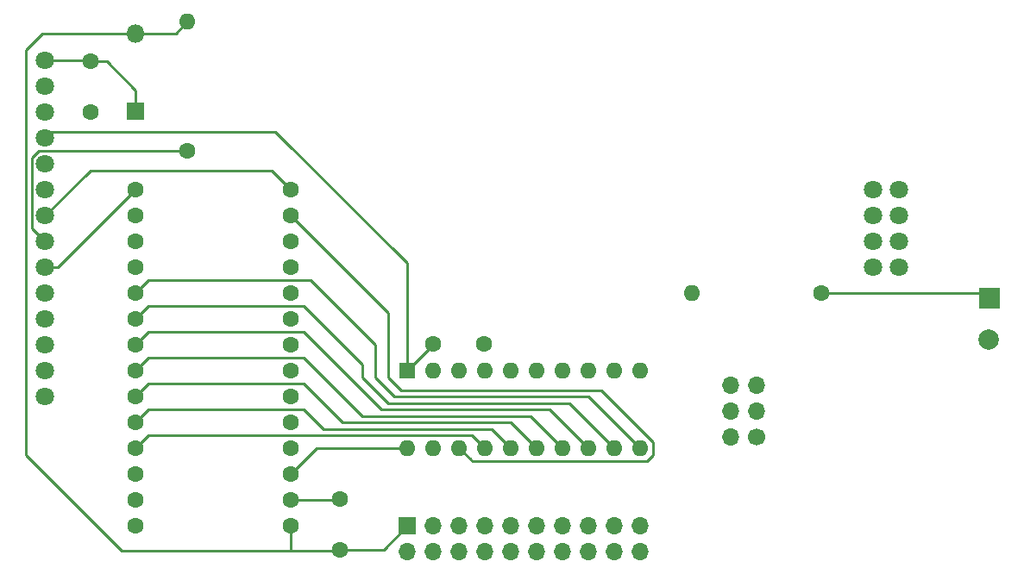
<source format=gbr>
%TF.GenerationSoftware,KiCad,Pcbnew,(5.1.10-1-10_14)*%
%TF.CreationDate,2022-08-05T12:13:03-05:00*%
%TF.ProjectId,Adam74,4164616d-3734-42e6-9b69-6361645f7063,rev?*%
%TF.SameCoordinates,Original*%
%TF.FileFunction,Copper,L1,Top*%
%TF.FilePolarity,Positive*%
%FSLAX46Y46*%
G04 Gerber Fmt 4.6, Leading zero omitted, Abs format (unit mm)*
G04 Created by KiCad (PCBNEW (5.1.10-1-10_14)) date 2022-08-05 12:13:03*
%MOMM*%
%LPD*%
G01*
G04 APERTURE LIST*
%TA.AperFunction,ComponentPad*%
%ADD10C,1.800000*%
%TD*%
%TA.AperFunction,ComponentPad*%
%ADD11O,1.700000X1.700000*%
%TD*%
%TA.AperFunction,ComponentPad*%
%ADD12R,1.700000X1.700000*%
%TD*%
%TA.AperFunction,ComponentPad*%
%ADD13C,1.600000*%
%TD*%
%TA.AperFunction,ComponentPad*%
%ADD14C,1.700000*%
%TD*%
%TA.AperFunction,ComponentPad*%
%ADD15O,1.800000X1.800000*%
%TD*%
%TA.AperFunction,ComponentPad*%
%ADD16R,1.800000X1.800000*%
%TD*%
%TA.AperFunction,ComponentPad*%
%ADD17R,2.000000X2.000000*%
%TD*%
%TA.AperFunction,ComponentPad*%
%ADD18C,2.000000*%
%TD*%
%TA.AperFunction,ComponentPad*%
%ADD19O,1.600000X1.600000*%
%TD*%
%TA.AperFunction,ComponentPad*%
%ADD20R,1.600000X1.600000*%
%TD*%
%TA.AperFunction,Conductor*%
%ADD21C,0.250000*%
%TD*%
G04 APERTURE END LIST*
D10*
%TO.P,U3,18*%
%TO.N,Net-(U3-Pad18)*%
X191770000Y-99695000D03*
%TO.P,U3,17*%
%TO.N,Net-(U3-Pad17)*%
X191770000Y-102235000D03*
%TO.P,U3,16*%
%TO.N,Net-(U3-Pad16)*%
X191770000Y-104775000D03*
%TO.P,U3,15*%
%TO.N,Net-(U3-Pad15)*%
X191770000Y-107315000D03*
%TO.P,U3,14*%
%TO.N,Net-(U3-Pad14)*%
X110490000Y-120015000D03*
%TO.P,U3,13*%
%TO.N,Net-(U3-Pad13)*%
X110490000Y-117475000D03*
%TO.P,U3,12*%
%TO.N,Net-(U3-Pad12)*%
X110490000Y-114935000D03*
%TO.P,U3,11*%
%TO.N,Net-(U3-Pad11)*%
X110490000Y-112395000D03*
%TO.P,U3,10*%
%TO.N,Net-(U3-Pad10)*%
X110490000Y-109855000D03*
%TO.P,U3,9*%
%TO.N,/MISO*%
X110490000Y-107315000D03*
%TO.P,U3,8*%
%TO.N,Net-(R1-Pad1)*%
X110490000Y-104775000D03*
%TO.P,U3,7*%
%TO.N,/SCK*%
X110490000Y-102235000D03*
%TO.P,U3,6*%
%TO.N,/MOSI*%
X110490000Y-99695000D03*
%TO.P,U3,5*%
%TO.N,/DC*%
X110490000Y-97155000D03*
%TO.P,U3,4*%
%TO.N,/3V3*%
X110490000Y-94615000D03*
%TO.P,U3,3*%
%TO.N,/CS*%
X110490000Y-92075000D03*
%TO.P,U3,2*%
%TO.N,GND*%
X110490000Y-89535000D03*
%TO.P,U3,1*%
%TO.N,Net-(C3-Pad2)*%
X110490000Y-86995000D03*
%TD*%
D11*
%TO.P,J1,20*%
%TO.N,GND*%
X168910000Y-135255000D03*
%TO.P,J1,19*%
%TO.N,/D6*%
X168910000Y-132715000D03*
%TO.P,J1,18*%
%TO.N,GND*%
X166370000Y-135255000D03*
%TO.P,J1,17*%
%TO.N,/D5*%
X166370000Y-132715000D03*
%TO.P,J1,16*%
%TO.N,GND*%
X163830000Y-135255000D03*
%TO.P,J1,15*%
%TO.N,/D4*%
X163830000Y-132715000D03*
%TO.P,J1,14*%
%TO.N,GND*%
X161290000Y-135255000D03*
%TO.P,J1,13*%
%TO.N,/D3*%
X161290000Y-132715000D03*
%TO.P,J1,12*%
%TO.N,GND*%
X158750000Y-135255000D03*
%TO.P,J1,11*%
%TO.N,/D2*%
X158750000Y-132715000D03*
%TO.P,J1,10*%
%TO.N,GND*%
X156210000Y-135255000D03*
%TO.P,J1,9*%
%TO.N,/D1*%
X156210000Y-132715000D03*
%TO.P,J1,8*%
%TO.N,GND*%
X153670000Y-135255000D03*
%TO.P,J1,7*%
%TO.N,/D0*%
X153670000Y-132715000D03*
%TO.P,J1,6*%
%TO.N,GND*%
X151130000Y-135255000D03*
%TO.P,J1,5*%
%TO.N,/STROBE*%
X151130000Y-132715000D03*
%TO.P,J1,4*%
%TO.N,GND*%
X148590000Y-135255000D03*
%TO.P,J1,3*%
%TO.N,/BUSY*%
X148590000Y-132715000D03*
%TO.P,J1,2*%
%TO.N,GND*%
X146050000Y-135255000D03*
D12*
%TO.P,J1,1*%
%TO.N,/VCC*%
X146050000Y-132715000D03*
%TD*%
D13*
%TO.P,U1,1*%
%TO.N,GND*%
X119380000Y-132715000D03*
%TO.P,U1,2*%
%TO.N,Net-(U1-Pad2)*%
X119380000Y-130175000D03*
%TO.P,U1,3*%
%TO.N,Net-(U1-Pad3)*%
X119380000Y-127635000D03*
%TO.P,U1,4*%
%TO.N,/D0_3*%
X119380000Y-125095000D03*
%TO.P,U1,5*%
%TO.N,/D1_3*%
X119380000Y-122555000D03*
%TO.P,U1,6*%
%TO.N,/D2_3*%
X119380000Y-120015000D03*
%TO.P,U1,7*%
%TO.N,/D3_3*%
X119380000Y-117475000D03*
%TO.P,U1,8*%
%TO.N,/D4_3*%
X119380000Y-114935000D03*
%TO.P,U1,9*%
%TO.N,/D5_3*%
X119380000Y-112395000D03*
%TO.P,U1,10*%
%TO.N,/D6_3*%
X119380000Y-109855000D03*
%TO.P,U1,11*%
%TO.N,/DC*%
X119380000Y-107315000D03*
%TO.P,U1,12*%
%TO.N,/CS*%
X119380000Y-104775000D03*
%TO.P,U1,13*%
%TO.N,/MOSI*%
X119380000Y-102235000D03*
%TO.P,U1,33*%
%TO.N,/VCC*%
X134620000Y-132715000D03*
%TO.P,U1,32*%
%TO.N,Net-(C2-Pad1)*%
X134620000Y-130175000D03*
%TO.P,U1,31*%
%TO.N,/3V3*%
X134620000Y-127635000D03*
%TO.P,U1,30*%
%TO.N,Net-(J2-Pad2)*%
X134620000Y-125095000D03*
%TO.P,U1,29*%
%TO.N,Net-(J2-Pad4)*%
X134620000Y-122555000D03*
%TO.P,U1,28*%
%TO.N,Net-(J2-Pad6)*%
X134620000Y-120015000D03*
%TO.P,U1,27*%
%TO.N,/BUSY*%
X134620000Y-117475000D03*
%TO.P,U1,26*%
%TO.N,/SPKR*%
X134620000Y-114935000D03*
%TO.P,U1,25*%
%TO.N,Net-(U1-Pad25)*%
X134620000Y-112395000D03*
%TO.P,U1,24*%
%TO.N,Net-(U1-Pad24)*%
X134620000Y-109855000D03*
%TO.P,U1,23*%
%TO.N,Net-(U1-Pad23)*%
X134620000Y-107315000D03*
%TO.P,U1,22*%
%TO.N,Net-(U1-Pad22)*%
X134620000Y-104775000D03*
%TO.P,U1,21*%
%TO.N,/STRB_3*%
X134620000Y-102235000D03*
%TO.P,U1,14*%
%TO.N,/MISO*%
X119380000Y-99695000D03*
%TO.P,U1,20*%
%TO.N,/SCK*%
X134620000Y-99695000D03*
%TD*%
D11*
%TO.P,J2,6*%
%TO.N,Net-(J2-Pad6)*%
X177800000Y-118872000D03*
%TO.P,J2,5*%
%TO.N,GND*%
X180340000Y-118872000D03*
%TO.P,J2,4*%
%TO.N,Net-(J2-Pad4)*%
X177800000Y-121412000D03*
%TO.P,J2,3*%
%TO.N,GND*%
X180340000Y-121412000D03*
%TO.P,J2,2*%
%TO.N,Net-(J2-Pad2)*%
X177800000Y-123952000D03*
D14*
%TO.P,J2,1*%
%TO.N,GND*%
X180340000Y-123952000D03*
%TD*%
D10*
%TO.P,REF\u002A\u002A,4*%
%TO.N,N/C*%
X194310000Y-107315000D03*
%TO.P,REF\u002A\u002A,3*%
X194310000Y-104775000D03*
%TO.P,REF\u002A\u002A,2*%
X194310000Y-102235000D03*
%TO.P,REF\u002A\u002A,1*%
X194310000Y-99695000D03*
%TD*%
D15*
%TO.P,D1,2*%
%TO.N,/VCC*%
X119380000Y-84328000D03*
D16*
%TO.P,D1,1*%
%TO.N,Net-(C3-Pad2)*%
X119380000Y-91948000D03*
%TD*%
D17*
%TO.P,LS1,1*%
%TO.N,Net-(LS1-Pad1)*%
X203200000Y-110385000D03*
D18*
%TO.P,LS1,2*%
%TO.N,GND*%
X203100000Y-114385000D03*
%TD*%
D19*
%TO.P,R2,2*%
%TO.N,/SPKR*%
X173990000Y-109855000D03*
D13*
%TO.P,R2,1*%
%TO.N,Net-(LS1-Pad1)*%
X186690000Y-109855000D03*
%TD*%
%TO.P,C3,2*%
%TO.N,Net-(C3-Pad2)*%
X114935000Y-87075000D03*
%TO.P,C3,1*%
%TO.N,GND*%
X114935000Y-92075000D03*
%TD*%
%TO.P,C2,2*%
%TO.N,/VCC*%
X139446000Y-135048000D03*
%TO.P,C2,1*%
%TO.N,Net-(C2-Pad1)*%
X139446000Y-130048000D03*
%TD*%
%TO.P,C1,2*%
%TO.N,GND*%
X153590000Y-114855000D03*
%TO.P,C1,1*%
%TO.N,/3V3*%
X148590000Y-114855000D03*
%TD*%
D19*
%TO.P,R1,2*%
%TO.N,/VCC*%
X124460000Y-83185000D03*
D13*
%TO.P,R1,1*%
%TO.N,Net-(R1-Pad1)*%
X124460000Y-95885000D03*
%TD*%
D19*
%TO.P,U2,20*%
%TO.N,/3V3*%
X146050000Y-125095000D03*
%TO.P,U2,10*%
%TO.N,GND*%
X168910000Y-117475000D03*
%TO.P,U2,19*%
X148590000Y-125095000D03*
%TO.P,U2,9*%
%TO.N,/D6*%
X166370000Y-117475000D03*
%TO.P,U2,18*%
%TO.N,/STRB_3*%
X151130000Y-125095000D03*
%TO.P,U2,8*%
%TO.N,/D5*%
X163830000Y-117475000D03*
%TO.P,U2,17*%
%TO.N,/D0_3*%
X153670000Y-125095000D03*
%TO.P,U2,7*%
%TO.N,/D4*%
X161290000Y-117475000D03*
%TO.P,U2,16*%
%TO.N,/D1_3*%
X156210000Y-125095000D03*
%TO.P,U2,6*%
%TO.N,/D3*%
X158750000Y-117475000D03*
%TO.P,U2,15*%
%TO.N,/D2_3*%
X158750000Y-125095000D03*
%TO.P,U2,5*%
%TO.N,/D2*%
X156210000Y-117475000D03*
%TO.P,U2,14*%
%TO.N,/D3_3*%
X161290000Y-125095000D03*
%TO.P,U2,4*%
%TO.N,/D1*%
X153670000Y-117475000D03*
%TO.P,U2,13*%
%TO.N,/D4_3*%
X163830000Y-125095000D03*
%TO.P,U2,3*%
%TO.N,/D0*%
X151130000Y-117475000D03*
%TO.P,U2,12*%
%TO.N,/D5_3*%
X166370000Y-125095000D03*
%TO.P,U2,2*%
%TO.N,/STROBE*%
X148590000Y-117475000D03*
%TO.P,U2,11*%
%TO.N,/D6_3*%
X168910000Y-125095000D03*
D20*
%TO.P,U2,1*%
%TO.N,/3V3*%
X146050000Y-117475000D03*
%TD*%
D21*
%TO.N,*%
X194310000Y-99695000D02*
X194310000Y-99695000D01*
%TO.N,/VCC*%
X124333000Y-83312000D02*
X124460000Y-83185000D01*
X123317000Y-84328000D02*
X124460000Y-83185000D01*
X119380000Y-84328000D02*
X123317000Y-84328000D01*
X139620000Y-135128000D02*
X139700000Y-135048000D01*
X134620000Y-132715000D02*
X134620000Y-135128000D01*
X108585000Y-85979000D02*
X110236000Y-84328000D01*
X108585000Y-125730000D02*
X108585000Y-85979000D01*
X117983000Y-135128000D02*
X108585000Y-125730000D01*
X110236000Y-84328000D02*
X119380000Y-84328000D01*
X134620000Y-135128000D02*
X117983000Y-135128000D01*
X146050000Y-132715000D02*
X143700500Y-135064500D01*
X139462500Y-135064500D02*
X139446000Y-135048000D01*
X143700500Y-135064500D02*
X139462500Y-135064500D01*
X139366000Y-135128000D02*
X139446000Y-135048000D01*
X134620000Y-135128000D02*
X139366000Y-135128000D01*
%TO.N,/3V3*%
X146050000Y-117475000D02*
X146050000Y-116840000D01*
X137160000Y-125095000D02*
X146050000Y-125095000D01*
X134620000Y-127635000D02*
X137160000Y-125095000D01*
X146050000Y-117475000D02*
X148590000Y-114935000D01*
X133110002Y-93980000D02*
X146050000Y-106919998D01*
X111125000Y-93980000D02*
X133110002Y-93980000D01*
X110490000Y-94615000D02*
X111125000Y-93980000D01*
X146050000Y-106919998D02*
X146050000Y-117475000D01*
%TO.N,/D0_3*%
X120650000Y-123825000D02*
X119380000Y-125095000D01*
X152400000Y-123825000D02*
X120650000Y-123825000D01*
X153670000Y-125095000D02*
X152400000Y-123825000D01*
%TO.N,/D1_3*%
X135890000Y-121285000D02*
X120650000Y-121285000D01*
X137795000Y-123190000D02*
X135890000Y-121285000D01*
X154305000Y-123190000D02*
X137795000Y-123190000D01*
X120650000Y-121285000D02*
X119380000Y-122555000D01*
X156210000Y-125095000D02*
X154305000Y-123190000D01*
%TO.N,/D2_3*%
X135890000Y-118745000D02*
X120650000Y-118745000D01*
X139700000Y-122555000D02*
X135890000Y-118745000D01*
X120650000Y-118745000D02*
X119380000Y-120015000D01*
X156210000Y-122555000D02*
X139700000Y-122555000D01*
X158750000Y-125095000D02*
X156210000Y-122555000D01*
%TO.N,/D3_3*%
X135890000Y-116205000D02*
X120650000Y-116205000D01*
X120650000Y-116205000D02*
X119380000Y-117475000D01*
X141605000Y-121920000D02*
X135890000Y-116205000D01*
X158115000Y-121920000D02*
X141605000Y-121920000D01*
X161290000Y-125095000D02*
X158115000Y-121920000D01*
%TO.N,/D4_3*%
X120650000Y-113665000D02*
X119380000Y-114935000D01*
X135890000Y-113665000D02*
X120650000Y-113665000D01*
X160020000Y-121285000D02*
X143510000Y-121285000D01*
X143510000Y-121285000D02*
X135890000Y-113665000D01*
X163830000Y-125095000D02*
X160020000Y-121285000D01*
%TO.N,/D5_3*%
X120650000Y-111125000D02*
X119380000Y-112395000D01*
X135890000Y-111125000D02*
X120650000Y-111125000D01*
X166370000Y-125095000D02*
X161925000Y-120650000D01*
X141605000Y-118110000D02*
X141605000Y-116840000D01*
X141605000Y-116840000D02*
X135890000Y-111125000D01*
X161925000Y-120650000D02*
X144145000Y-120650000D01*
X144145000Y-120650000D02*
X141605000Y-118110000D01*
%TO.N,/D6_3*%
X120650000Y-108585000D02*
X119380000Y-109855000D01*
X142875705Y-114935705D02*
X136525000Y-108585000D01*
X142875705Y-118109295D02*
X142875705Y-114935705D01*
X136525000Y-108585000D02*
X120650000Y-108585000D01*
X144146410Y-119380000D02*
X142875705Y-118109295D01*
X144780000Y-120015000D02*
X144146410Y-119381410D01*
X163830000Y-120015000D02*
X144780000Y-120015000D01*
X144146410Y-119381410D02*
X144146410Y-119380000D01*
X168910000Y-125095000D02*
X163830000Y-120015000D01*
%TO.N,/DC*%
X119380000Y-106976238D02*
X119380000Y-107315000D01*
%TO.N,/CS*%
X119380000Y-104436238D02*
X119380000Y-104775000D01*
%TO.N,/STRB_3*%
X152255001Y-126220001D02*
X151130000Y-125095000D01*
X144145000Y-111760000D02*
X144145000Y-118110000D01*
X134620000Y-102235000D02*
X144145000Y-111760000D01*
X145415000Y-119380000D02*
X165100000Y-119380000D01*
X144145000Y-118110000D02*
X145415000Y-119380000D01*
X165100000Y-119380000D02*
X170180000Y-124460000D01*
X170180000Y-124460000D02*
X170180000Y-125730000D01*
X170180000Y-125730000D02*
X169545000Y-126365000D01*
X169545000Y-126365000D02*
X152400000Y-126365000D01*
X152400000Y-126365000D02*
X152255001Y-126220001D01*
%TO.N,/MISO*%
X111760000Y-107315000D02*
X119380000Y-99695000D01*
X110490000Y-107315000D02*
X111760000Y-107315000D01*
%TO.N,/SCK*%
X133494999Y-98569999D02*
X134620000Y-99695000D01*
X132715000Y-97790000D02*
X133494999Y-98569999D01*
X114935000Y-97790000D02*
X132715000Y-97790000D01*
X110490000Y-102235000D02*
X114935000Y-97790000D01*
%TO.N,Net-(R1-Pad1)*%
X109220000Y-96520000D02*
X109855705Y-95884295D01*
X109855705Y-95884295D02*
X124460000Y-95885000D01*
X109220000Y-103505000D02*
X109220000Y-96520000D01*
X110490000Y-104775000D02*
X109220000Y-103505000D01*
%TO.N,Net-(C2-Pad1)*%
X139573000Y-130175000D02*
X139700000Y-130048000D01*
X134620000Y-130175000D02*
X139573000Y-130175000D01*
%TO.N,Net-(LS1-Pad1)*%
X202670000Y-109855000D02*
X203200000Y-110385000D01*
X186690000Y-109855000D02*
X202670000Y-109855000D01*
%TO.N,Net-(C3-Pad2)*%
X114935000Y-87075000D02*
X115650000Y-87075000D01*
X114855000Y-86995000D02*
X114935000Y-87075000D01*
X110490000Y-86995000D02*
X114855000Y-86995000D01*
X114935000Y-87075000D02*
X116539000Y-87075000D01*
X119380000Y-89916000D02*
X119380000Y-91948000D01*
X116539000Y-87075000D02*
X119380000Y-89916000D01*
%TD*%
M02*

</source>
